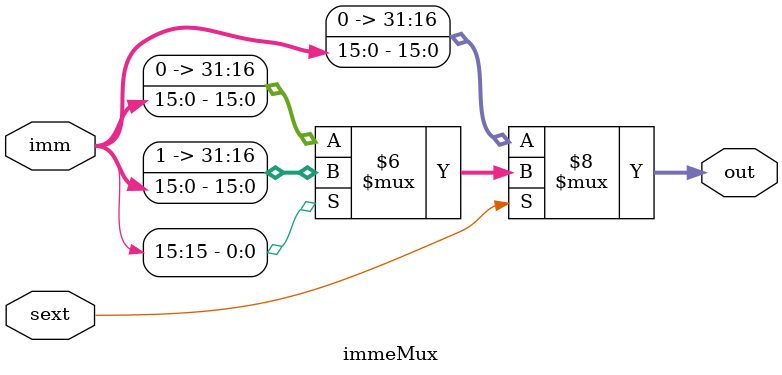
<source format=v>
`timescale 1ns / 1ps

module immeMux(
    input [15:00] imm,
    input sext,
    output reg [31:00] out
    );
    
    //this mux makes the immediate to be 32 bits instead of 16
    always @(*) begin
        if (sext == 1) begin 
            if (imm[15] == 1) begin
                out <= {16'hffff, imm};
            end
            else begin
                out <= {16'h0000, imm};
            end
        end
        else begin
            out <= {16'h0000, imm};
        end
    end
endmodule    


</source>
